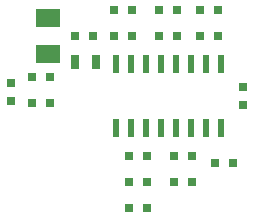
<source format=gtp>
G75*
G70*
%OFA0B0*%
%FSLAX24Y24*%
%IPPOS*%
%LPD*%
%AMOC8*
5,1,8,0,0,1.08239X$1,22.5*
%
%ADD10R,0.0236X0.0591*%
%ADD11R,0.0300X0.0300*%
%ADD12R,0.0315X0.0472*%
%ADD13R,0.0787X0.0591*%
D10*
X005400Y005337D03*
X005900Y005337D03*
X006400Y005337D03*
X006900Y005337D03*
X007400Y005337D03*
X007900Y005337D03*
X008400Y005337D03*
X008900Y005337D03*
X008900Y007463D03*
X008400Y007463D03*
X007900Y007463D03*
X007400Y007463D03*
X006900Y007463D03*
X006400Y007463D03*
X005900Y007463D03*
X005400Y007463D03*
D11*
X005850Y002650D03*
X006450Y002650D03*
X006450Y003525D03*
X005850Y003525D03*
X005850Y004400D03*
X006450Y004400D03*
X007350Y004400D03*
X007950Y004400D03*
X008725Y004150D03*
X009325Y004150D03*
X007950Y003525D03*
X007350Y003525D03*
X009650Y006100D03*
X009650Y006700D03*
X008825Y008400D03*
X008225Y008400D03*
X007450Y008400D03*
X006850Y008400D03*
X006850Y009275D03*
X007450Y009275D03*
X008225Y009275D03*
X008825Y009275D03*
X005950Y009275D03*
X005350Y009275D03*
X005350Y008400D03*
X005950Y008400D03*
X004650Y008400D03*
X004050Y008400D03*
X003200Y007025D03*
X002600Y007025D03*
X001900Y006825D03*
X001900Y006225D03*
X002600Y006150D03*
X003200Y006150D03*
D12*
X004046Y007525D03*
X004754Y007525D03*
D13*
X003150Y007809D03*
X003150Y008991D03*
M02*

</source>
